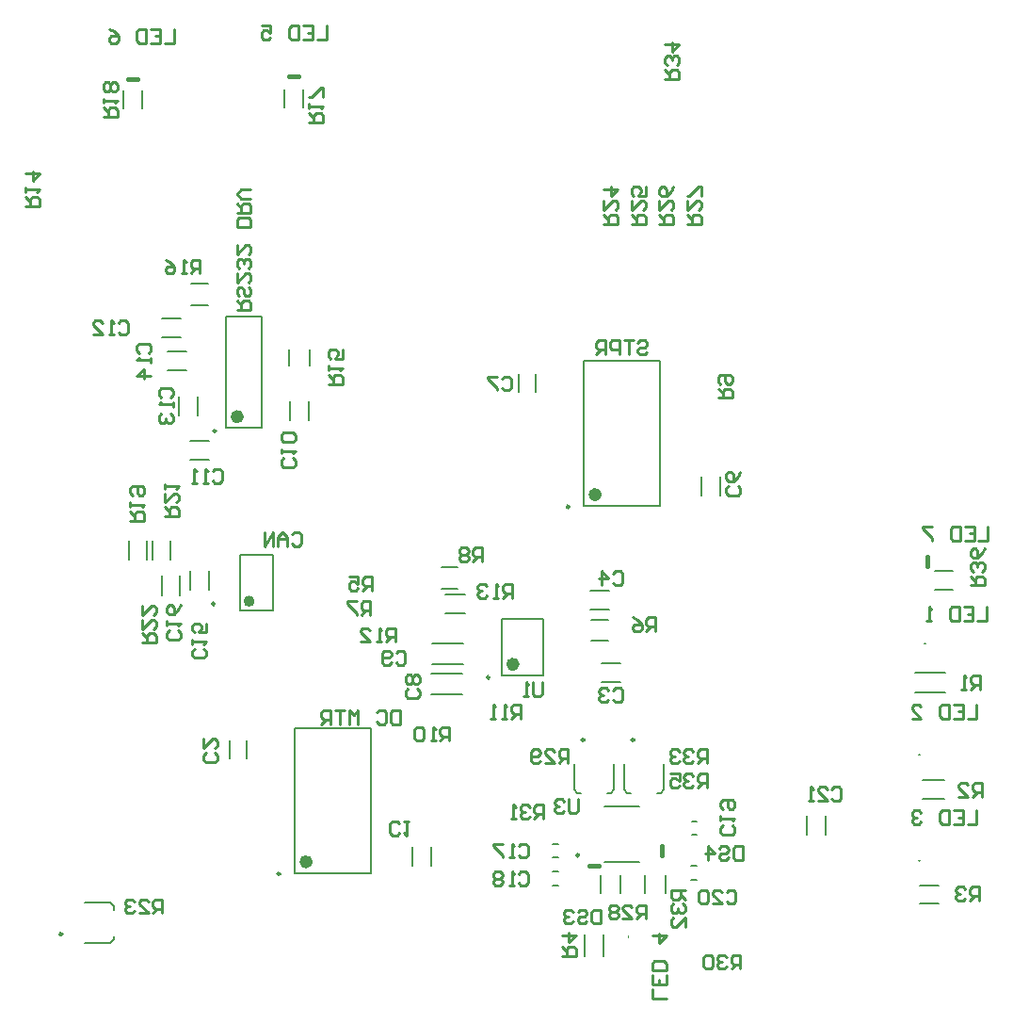
<source format=gbo>
%TF.GenerationSoftware,Altium Limited,Altium Designer,23.1.1 (15)*%
G04 Layer_Color=32896*
%FSLAX25Y25*%
%MOIN*%
%TF.SameCoordinates,FA324DF6-1FC1-44E6-B842-7DB02DEBFDBB*%
%TF.FilePolarity,Positive*%
%TF.FileFunction,Legend,Bot*%
%TF.Part,Single*%
G01*
G75*
%TA.AperFunction,NonConductor*%
%ADD73C,0.00984*%
%ADD75C,0.00787*%
%ADD77C,0.01000*%
%ADD78C,0.02362*%
%ADD79C,0.01968*%
%ADD80C,0.01575*%
D73*
X-277559Y205630D02*
G03*
X-277559Y205630I-492J0D01*
G01*
X-331988Y27559D02*
G03*
X-331988Y27559I-492J0D01*
G01*
X-254823Y48858D02*
G03*
X-254823Y48858I-492J0D01*
G01*
X-277953Y144449D02*
G03*
X-277953Y144449I-492J0D01*
G01*
X-180610Y118405D02*
G03*
X-180610Y118405I-492J0D01*
G01*
X-152461Y178779D02*
G03*
X-152461Y178779I-492J0D01*
G01*
X-147146Y96260D02*
G03*
X-147146Y96260I-492J0D01*
G01*
X-129429D02*
G03*
X-129429Y96260I-492J0D01*
G01*
X-149016Y55492D02*
G03*
X-149016Y55492I-492J0D01*
G01*
D75*
X-131496Y26378D02*
G03*
X-131496Y26772I0J197D01*
G01*
D02*
G03*
X-131496Y26378I0J-197D01*
G01*
D02*
G03*
X-131496Y26772I0J197D01*
G01*
X-28346Y53543D02*
G03*
X-28740Y53543I-197J0D01*
G01*
D02*
G03*
X-28346Y53543I197J0D01*
G01*
D02*
G03*
X-28740Y53543I-197J0D01*
G01*
X-28346Y90945D02*
G03*
X-28740Y90945I-197J0D01*
G01*
D02*
G03*
X-28346Y90945I197J0D01*
G01*
D02*
G03*
X-28740Y90945I-197J0D01*
G01*
X-26378Y130315D02*
G03*
X-26772Y130315I-197J0D01*
G01*
D02*
G03*
X-26378Y130315I197J0D01*
G01*
D02*
G03*
X-26772Y130315I-197J0D01*
G01*
X-290748Y211221D02*
Y217913D01*
X-284055Y211221D02*
Y217913D01*
X-274016Y206693D02*
Y246063D01*
X-261417Y206693D02*
Y246063D01*
X-274016Y206693D02*
X-261417D01*
X-274016Y246063D02*
X-261417D01*
X-68307Y62598D02*
Y69291D01*
X-61614Y62598D02*
Y69291D01*
X-164370Y219291D02*
Y225591D01*
X-170276Y219291D02*
Y225591D01*
X-266732Y89662D02*
Y95961D01*
X-272638Y89662D02*
Y95961D01*
X-279965Y149434D02*
Y156127D01*
X-286658Y149434D02*
Y156127D01*
X-294685Y233661D02*
X-287992D01*
X-294685Y226969D02*
X-287992D01*
X-296654Y238779D02*
X-289961D01*
X-296654Y245472D02*
X-289961D01*
X-286811Y195472D02*
X-280118D01*
X-286811Y202165D02*
X-280118D01*
X-251378Y209252D02*
Y215945D01*
X-244685Y209252D02*
Y215945D01*
X-105709Y182677D02*
Y189370D01*
X-99016Y182677D02*
Y189370D01*
X-141142Y123425D02*
X-134449D01*
X-141142Y116732D02*
X-134449D01*
X-208071Y51772D02*
Y58465D01*
X-201378Y51772D02*
Y58465D01*
X-308268Y160039D02*
Y166732D01*
X-301940Y160018D02*
Y166711D01*
X-293844Y160003D02*
Y166695D01*
X-300172Y160023D02*
Y166716D01*
X-324016Y24409D02*
X-314961D01*
X-313779Y25591D01*
Y26772D01*
X-313779Y36220D02*
Y37402D01*
X-314961Y38583D02*
X-313779Y37402D01*
X-324016Y38583D02*
X-314961D01*
X-249606Y100394D02*
X-222835D01*
X-249606Y49213D02*
X-222835D01*
Y100394D01*
X-249606Y49213D02*
Y100394D01*
X-269094Y142106D02*
X-257283D01*
Y161791D01*
X-269094D02*
X-257283D01*
X-269094Y142106D02*
Y161791D01*
X-140256Y19838D02*
Y27406D01*
X-147146Y19838D02*
Y27406D01*
X-23180Y149536D02*
X-16684D01*
X-23180Y156032D02*
X-16684D01*
X-176378Y139173D02*
X-161811D01*
X-176378Y119095D02*
X-161811D01*
Y139173D01*
X-176378Y119095D02*
Y139173D01*
X-144718Y138907D02*
X-138812D01*
X-144718Y131427D02*
X-138812D01*
X-145079Y142323D02*
X-138386D01*
X-145079Y149016D02*
X-138386D01*
X-197835Y149803D02*
X-191929D01*
X-197835Y157283D02*
X-191929D01*
X-201509Y112575D02*
X-190437D01*
X-201509Y119709D02*
X-190437D01*
X-201130Y123243D02*
X-190059D01*
X-201130Y130377D02*
X-190059D01*
X-196198Y147915D02*
X-189506D01*
X-196198Y141222D02*
X-189506D01*
X-147244Y230315D02*
X-120473D01*
X-147244Y179134D02*
X-120473D01*
Y230315D01*
X-147244Y179134D02*
Y230315D01*
X-136614Y78740D02*
Y87795D01*
X-137795Y77559D02*
X-136614Y78740D01*
X-138976Y77559D02*
X-137795D01*
X-149606Y77559D02*
X-148425D01*
X-150787Y78740D02*
X-149606Y77559D01*
X-150787Y78740D02*
Y87795D01*
X-118898Y78740D02*
Y87795D01*
X-120079Y77559D02*
X-118898Y78740D01*
X-121260Y77559D02*
X-120079D01*
X-131890Y77559D02*
X-130709D01*
X-133071Y78740D02*
X-131890Y77559D01*
X-133071Y78740D02*
Y87795D01*
X-141339Y42126D02*
Y48425D01*
X-134252Y42126D02*
Y48425D01*
X-125591Y42126D02*
Y48425D01*
X-118504Y42126D02*
Y48425D01*
X-290195Y147503D02*
Y154393D01*
X-296691Y147503D02*
Y154393D01*
X-30160Y112919D02*
X-19286D01*
X-30160Y120054D02*
X-19286D01*
X-27406Y75295D02*
X-19838D01*
X-27406Y82185D02*
X-19838D01*
X-28340Y44612D02*
X-21647D01*
X-28361Y38284D02*
X-21668D01*
X-140059Y72835D02*
X-127657D01*
X-140059Y53150D02*
X-127657D01*
X-246752Y319980D02*
Y326476D01*
X-253248Y319980D02*
Y326476D01*
X-303839Y319587D02*
Y326083D01*
X-310335Y319587D02*
Y326083D01*
X-244291Y228604D02*
Y234509D01*
X-251772Y228604D02*
Y234509D01*
X-286417Y250197D02*
X-280512D01*
X-286417Y257677D02*
X-280512D01*
X-109141Y62586D02*
X-107197D01*
X-109141Y67335D02*
X-107197D01*
X-109240Y46838D02*
X-107296D01*
X-109240Y51587D02*
X-107296D01*
X-158452Y49619D02*
X-156508D01*
X-158452Y44870D02*
X-156508D01*
X-158452Y59461D02*
X-156508D01*
X-158452Y54712D02*
X-156508D01*
D77*
X-59532Y78800D02*
X-58713Y79620D01*
X-57073D01*
X-56253Y78800D01*
Y75520D01*
X-57073Y74700D01*
X-58713D01*
X-59532Y75520D01*
X-64452Y74700D02*
X-61172D01*
X-64452Y77980D01*
Y78800D01*
X-63632Y79620D01*
X-61992D01*
X-61172Y78800D01*
X-66092Y74700D02*
X-67732D01*
X-66912D01*
Y79620D01*
X-66092Y78800D01*
X-110728Y278873D02*
X-105808D01*
Y281333D01*
X-106628Y282153D01*
X-108268D01*
X-109088Y281333D01*
Y278873D01*
Y280513D02*
X-110728Y282153D01*
Y287073D02*
Y283793D01*
X-107448Y287073D01*
X-106628D01*
X-105808Y286253D01*
Y284613D01*
X-106628Y283793D01*
X-105808Y288713D02*
Y291993D01*
X-106628D01*
X-109908Y288713D01*
X-110728D01*
X-120570Y278873D02*
X-115650D01*
Y281333D01*
X-116470Y282153D01*
X-118110D01*
X-118930Y281333D01*
Y278873D01*
Y280513D02*
X-120570Y282153D01*
Y287073D02*
Y283793D01*
X-117290Y287073D01*
X-116470D01*
X-115650Y286253D01*
Y284613D01*
X-116470Y283793D01*
X-115650Y291993D02*
X-116470Y290353D01*
X-118110Y288713D01*
X-119750D01*
X-120570Y289533D01*
Y291173D01*
X-119750Y291993D01*
X-118930D01*
X-118110Y291173D01*
Y288713D01*
X-130413Y278873D02*
X-125493D01*
Y281333D01*
X-126313Y282153D01*
X-127953D01*
X-128773Y281333D01*
Y278873D01*
Y280513D02*
X-130413Y282153D01*
Y287073D02*
Y283793D01*
X-127133Y287073D01*
X-126313D01*
X-125493Y286253D01*
Y284613D01*
X-126313Y283793D01*
X-125493Y291993D02*
Y288713D01*
X-127953D01*
X-127133Y290353D01*
Y291173D01*
X-127953Y291993D01*
X-129593D01*
X-130413Y291173D01*
Y289533D01*
X-129593Y288713D01*
X-140255Y278873D02*
X-135335D01*
Y281333D01*
X-136155Y282153D01*
X-137795D01*
X-138615Y281333D01*
Y278873D01*
Y280513D02*
X-140255Y282153D01*
Y287073D02*
Y283793D01*
X-136975Y287073D01*
X-136155D01*
X-135335Y286253D01*
Y284613D01*
X-136155Y283793D01*
X-140255Y291173D02*
X-135335D01*
X-137795Y288713D01*
Y291993D01*
X-295767Y175363D02*
X-290847D01*
Y177823D01*
X-291667Y178642D01*
X-293307D01*
X-294127Y177823D01*
Y175363D01*
Y177003D02*
X-295767Y178642D01*
Y183562D02*
Y180282D01*
X-292487Y183562D01*
X-291667D01*
X-290847Y182742D01*
Y181102D01*
X-291667Y180282D01*
X-295767Y185202D02*
Y186842D01*
Y186022D01*
X-290847D01*
X-291667Y185202D01*
X-307879Y173801D02*
X-302960D01*
Y176261D01*
X-303780Y177081D01*
X-305419D01*
X-306240Y176261D01*
Y173801D01*
Y175441D02*
X-307879Y177081D01*
Y178721D02*
Y180361D01*
Y179541D01*
X-302960D01*
X-303780Y178721D01*
X-307059Y182820D02*
X-307879Y183641D01*
Y185280D01*
X-307059Y186100D01*
X-303780D01*
X-302960Y185280D01*
Y183641D01*
X-303780Y182820D01*
X-304600D01*
X-305419Y183641D01*
Y186100D01*
X-172670Y146527D02*
Y151447D01*
X-175129D01*
X-175950Y150627D01*
Y148987D01*
X-175129Y148167D01*
X-172670D01*
X-174310D02*
X-175950Y146527D01*
X-177589D02*
X-179229D01*
X-178409D01*
Y151447D01*
X-177589Y150627D01*
X-181689D02*
X-182509Y151447D01*
X-184149D01*
X-184969Y150627D01*
Y149807D01*
X-184149Y148987D01*
X-183329D01*
X-184149D01*
X-184969Y148167D01*
Y147347D01*
X-184149Y146527D01*
X-182509D01*
X-181689Y147347D01*
X-169644Y103827D02*
Y108747D01*
X-172104D01*
X-172924Y107927D01*
Y106287D01*
X-172104Y105467D01*
X-169644D01*
X-171284D02*
X-172924Y103827D01*
X-174564D02*
X-176204D01*
X-175384D01*
Y108747D01*
X-174564Y107927D01*
X-178664Y103827D02*
X-180304D01*
X-179484D01*
Y108747D01*
X-178664Y107927D01*
X-162074Y116633D02*
Y112533D01*
X-162894Y111713D01*
X-164534D01*
X-165354Y112533D01*
Y116633D01*
X-166994Y111713D02*
X-168634D01*
X-167814D01*
Y116633D01*
X-166994Y115813D01*
X-136975Y113845D02*
X-136155Y114665D01*
X-134516D01*
X-133696Y113845D01*
Y110565D01*
X-134516Y109745D01*
X-136155D01*
X-136975Y110565D01*
X-138615Y113845D02*
X-139435Y114665D01*
X-141075D01*
X-141895Y113845D01*
Y113025D01*
X-141075Y112205D01*
X-140255D01*
X-141075D01*
X-141895Y111385D01*
Y110565D01*
X-141075Y109745D01*
X-139435D01*
X-138615Y110565D01*
X-4269Y171751D02*
Y166832D01*
X-7549D01*
X-12468Y171751D02*
X-9189D01*
Y166832D01*
X-12468D01*
X-9189Y169291D02*
X-10828D01*
X-14108Y171751D02*
Y166832D01*
X-16568D01*
X-17388Y167651D01*
Y170931D01*
X-16568Y171751D01*
X-14108D01*
X-23947D02*
X-27227D01*
Y170931D01*
X-23947Y167651D01*
Y166832D01*
X-149444Y75295D02*
Y71195D01*
X-150264Y70375D01*
X-151903D01*
X-152723Y71195D01*
Y75295D01*
X-154363Y74475D02*
X-155183Y75295D01*
X-156823D01*
X-157643Y74475D01*
Y73655D01*
X-156823Y72835D01*
X-156003D01*
X-156823D01*
X-157643Y72015D01*
Y71195D01*
X-156823Y70375D01*
X-155183D01*
X-154363Y71195D01*
X-128214Y236779D02*
X-127394Y237599D01*
X-125754D01*
X-124934Y236779D01*
Y235959D01*
X-125754Y235139D01*
X-127394D01*
X-128214Y234319D01*
Y233499D01*
X-127394Y232679D01*
X-125754D01*
X-124934Y233499D01*
X-129854Y237599D02*
X-133134D01*
X-131494D01*
Y232679D01*
X-134774D02*
Y237599D01*
X-137233D01*
X-138053Y236779D01*
Y235139D01*
X-137233Y234319D01*
X-134774D01*
X-139693Y232679D02*
Y237599D01*
X-142153D01*
X-142973Y236779D01*
Y235139D01*
X-142153Y234319D01*
X-139693D01*
X-141333D02*
X-142973Y232679D01*
X-270176Y248366D02*
X-265257D01*
Y250826D01*
X-266077Y251646D01*
X-267717D01*
X-268536Y250826D01*
Y248366D01*
Y250006D02*
X-270176Y251646D01*
X-266077Y256566D02*
X-265257Y255746D01*
Y254106D01*
X-266077Y253286D01*
X-266897D01*
X-267717Y254106D01*
Y255746D01*
X-268536Y256566D01*
X-269356D01*
X-270176Y255746D01*
Y254106D01*
X-269356Y253286D01*
X-270176Y261486D02*
Y258206D01*
X-266897Y261486D01*
X-266077D01*
X-265257Y260666D01*
Y259026D01*
X-266077Y258206D01*
Y263125D02*
X-265257Y263945D01*
Y265585D01*
X-266077Y266405D01*
X-266897D01*
X-267717Y265585D01*
Y264765D01*
Y265585D01*
X-268536Y266405D01*
X-269356D01*
X-270176Y265585D01*
Y263945D01*
X-269356Y263125D01*
X-270176Y271325D02*
Y268045D01*
X-266897Y271325D01*
X-266077D01*
X-265257Y270505D01*
Y268865D01*
X-266077Y268045D01*
X-265257Y277885D02*
X-270176D01*
Y280344D01*
X-269356Y281164D01*
X-266077D01*
X-265257Y280344D01*
Y277885D01*
X-270176Y282804D02*
X-265257D01*
Y285264D01*
X-266077Y286084D01*
X-267717D01*
X-268536Y285264D01*
Y282804D01*
Y284444D02*
X-270176Y286084D01*
X-265257Y287724D02*
X-268536D01*
X-270176Y289364D01*
X-268536Y291004D01*
X-265257D01*
X-344980Y285189D02*
X-340060D01*
Y287649D01*
X-340880Y288469D01*
X-342520D01*
X-343340Y287649D01*
Y285189D01*
Y286829D02*
X-344980Y288469D01*
Y290109D02*
Y291749D01*
Y290929D01*
X-340060D01*
X-340880Y290109D01*
X-344980Y296668D02*
X-340060D01*
X-342520Y294208D01*
Y297488D01*
X-103660Y79406D02*
Y84325D01*
X-106119D01*
X-106939Y83506D01*
Y81866D01*
X-106119Y81046D01*
X-103660D01*
X-105299D02*
X-106939Y79406D01*
X-108579Y83506D02*
X-109399Y84325D01*
X-111039D01*
X-111859Y83506D01*
Y82686D01*
X-111039Y81866D01*
X-110219D01*
X-111039D01*
X-111859Y81046D01*
Y80226D01*
X-111039Y79406D01*
X-109399D01*
X-108579Y80226D01*
X-116779Y84325D02*
X-113499D01*
Y81866D01*
X-115139Y82686D01*
X-115959D01*
X-116779Y81866D01*
Y80226D01*
X-115959Y79406D01*
X-114319D01*
X-113499Y80226D01*
X-118602Y330055D02*
X-113682D01*
Y332514D01*
X-114502Y333334D01*
X-116142D01*
X-116962Y332514D01*
Y330055D01*
Y331695D02*
X-118602Y333334D01*
X-114502Y334974D02*
X-113682Y335794D01*
Y337434D01*
X-114502Y338254D01*
X-115322D01*
X-116142Y337434D01*
Y336614D01*
Y337434D01*
X-116962Y338254D01*
X-117782D01*
X-118602Y337434D01*
Y335794D01*
X-117782Y334974D01*
X-118602Y342354D02*
X-113682D01*
X-116142Y339894D01*
Y343174D01*
X-161583Y68406D02*
Y73326D01*
X-164043D01*
X-164863Y72506D01*
Y70866D01*
X-164043Y70046D01*
X-161583D01*
X-163223D02*
X-164863Y68406D01*
X-166503Y72506D02*
X-167323Y73326D01*
X-168963D01*
X-169783Y72506D01*
Y71686D01*
X-168963Y70866D01*
X-168143D01*
X-168963D01*
X-169783Y70046D01*
Y69226D01*
X-168963Y68406D01*
X-167323D01*
X-166503Y69226D01*
X-171423Y68406D02*
X-173062D01*
X-172242D01*
Y73326D01*
X-171423Y72506D01*
X-91866Y15257D02*
Y20176D01*
X-94326D01*
X-95145Y19356D01*
Y17717D01*
X-94326Y16897D01*
X-91866D01*
X-93506D02*
X-95145Y15257D01*
X-96785Y19356D02*
X-97605Y20176D01*
X-99245D01*
X-100065Y19356D01*
Y18537D01*
X-99245Y17717D01*
X-98425D01*
X-99245D01*
X-100065Y16897D01*
Y16077D01*
X-99245Y15257D01*
X-97605D01*
X-96785Y16077D01*
X-101705Y19356D02*
X-102525Y20176D01*
X-104165D01*
X-104985Y19356D01*
Y16077D01*
X-104165Y15257D01*
X-102525D01*
X-101705Y16077D01*
Y19356D01*
X-103677Y88091D02*
Y93011D01*
X-106137D01*
X-106956Y92191D01*
Y90551D01*
X-106137Y89731D01*
X-103677D01*
X-105317D02*
X-106956Y88091D01*
X-108596Y92191D02*
X-109416Y93011D01*
X-111056D01*
X-111876Y92191D01*
Y91371D01*
X-111056Y90551D01*
X-110236D01*
X-111056D01*
X-111876Y89731D01*
Y88911D01*
X-111056Y88091D01*
X-109416D01*
X-108596Y88911D01*
X-113516Y92191D02*
X-114336Y93011D01*
X-115976D01*
X-116796Y92191D01*
Y91371D01*
X-115976Y90551D01*
X-115156D01*
X-115976D01*
X-116796Y89731D01*
Y88911D01*
X-115976Y88091D01*
X-114336D01*
X-113516Y88911D01*
X-152889Y88091D02*
Y93011D01*
X-155349D01*
X-156169Y92191D01*
Y90551D01*
X-155349Y89731D01*
X-152889D01*
X-154529D02*
X-156169Y88091D01*
X-161089D02*
X-157809D01*
X-161089Y91371D01*
Y92191D01*
X-160269Y93011D01*
X-158629D01*
X-157809Y92191D01*
X-162729Y88911D02*
X-163549Y88091D01*
X-165188D01*
X-166008Y88911D01*
Y92191D01*
X-165188Y93011D01*
X-163549D01*
X-162729Y92191D01*
Y91371D01*
X-163549Y90551D01*
X-166008D01*
X-111521Y43176D02*
X-116441D01*
Y40716D01*
X-115621Y39896D01*
X-113981D01*
X-113161Y40716D01*
Y43176D01*
Y41536D02*
X-111521Y39896D01*
X-115621Y38256D02*
X-116441Y37437D01*
Y35797D01*
X-115621Y34977D01*
X-114801D01*
X-113981Y35797D01*
Y36617D01*
Y35797D01*
X-113161Y34977D01*
X-112341D01*
X-111521Y35797D01*
Y37437D01*
X-112341Y38256D01*
X-111521Y30057D02*
Y33337D01*
X-114801Y30057D01*
X-115621D01*
X-116441Y30877D01*
Y32517D01*
X-115621Y33337D01*
X-125330Y32973D02*
Y37893D01*
X-127790D01*
X-128610Y37073D01*
Y35433D01*
X-127790Y34613D01*
X-125330D01*
X-126970D02*
X-128610Y32973D01*
X-133530D02*
X-130250D01*
X-133530Y36253D01*
Y37073D01*
X-132710Y37893D01*
X-131070D01*
X-130250Y37073D01*
X-135169D02*
X-135989Y37893D01*
X-137629D01*
X-138449Y37073D01*
Y36253D01*
X-137629Y35433D01*
X-138449Y34613D01*
Y33793D01*
X-137629Y32973D01*
X-135989D01*
X-135169Y33793D01*
Y34613D01*
X-135989Y35433D01*
X-135169Y36253D01*
Y37073D01*
X-135989Y35433D02*
X-137629D01*
X-7328Y39354D02*
Y44274D01*
X-9788D01*
X-10607Y43454D01*
Y41814D01*
X-9788Y40994D01*
X-7328D01*
X-8968D02*
X-10607Y39354D01*
X-12247Y43454D02*
X-13067Y44274D01*
X-14707D01*
X-15527Y43454D01*
Y42634D01*
X-14707Y41814D01*
X-13887D01*
X-14707D01*
X-15527Y40994D01*
Y40174D01*
X-14707Y39354D01*
X-13067D01*
X-12247Y40174D01*
X-6372Y76228D02*
Y81147D01*
X-8832D01*
X-9651Y80327D01*
Y78688D01*
X-8832Y77868D01*
X-6372D01*
X-8011D02*
X-9651Y76228D01*
X-14571D02*
X-11291D01*
X-14571Y79507D01*
Y80327D01*
X-13751Y81147D01*
X-12111D01*
X-11291Y80327D01*
X-7017Y114157D02*
Y119077D01*
X-9477D01*
X-10297Y118257D01*
Y116617D01*
X-9477Y115797D01*
X-7017D01*
X-8657D02*
X-10297Y114157D01*
X-11936D02*
X-13576D01*
X-12756D01*
Y119077D01*
X-11936Y118257D01*
X-154994Y19846D02*
X-150075D01*
Y22306D01*
X-150895Y23125D01*
X-152535D01*
X-153355Y22306D01*
Y19846D01*
Y21486D02*
X-154994Y23125D01*
Y27225D02*
X-150075D01*
X-152535Y24765D01*
Y28045D01*
X-296590Y34942D02*
Y39861D01*
X-299050D01*
X-299870Y39042D01*
Y37402D01*
X-299050Y36582D01*
X-296590D01*
X-298230D02*
X-299870Y34942D01*
X-304789D02*
X-301510D01*
X-304789Y38221D01*
Y39042D01*
X-303970Y39861D01*
X-302330D01*
X-301510Y39042D01*
X-306429D02*
X-307249Y39861D01*
X-308889D01*
X-309709Y39042D01*
Y38221D01*
X-308889Y37402D01*
X-308069D01*
X-308889D01*
X-309709Y36582D01*
Y35762D01*
X-308889Y34942D01*
X-307249D01*
X-306429Y35762D01*
X-303641Y130645D02*
X-298721D01*
Y133105D01*
X-299541Y133925D01*
X-301181D01*
X-302001Y133105D01*
Y130645D01*
Y132285D02*
X-303641Y133925D01*
Y138845D02*
Y135565D01*
X-300361Y138845D01*
X-299541D01*
X-298721Y138025D01*
Y136385D01*
X-299541Y135565D01*
X-303641Y143764D02*
Y140484D01*
X-300361Y143764D01*
X-299541D01*
X-298721Y142944D01*
Y141304D01*
X-299541Y140484D01*
X-317421Y316685D02*
X-312501D01*
Y319145D01*
X-313321Y319965D01*
X-314961D01*
X-315781Y319145D01*
Y316685D01*
Y318325D02*
X-317421Y319965D01*
Y321605D02*
Y323245D01*
Y322425D01*
X-312501D01*
X-313321Y321605D01*
Y325705D02*
X-312501Y326524D01*
Y328164D01*
X-313321Y328984D01*
X-314141D01*
X-314961Y328164D01*
X-315781Y328984D01*
X-316600D01*
X-317421Y328164D01*
Y326524D01*
X-316600Y325705D01*
X-315781D01*
X-314961Y326524D01*
X-314141Y325705D01*
X-313321D01*
X-314961Y326524D02*
Y328164D01*
X-244586Y314717D02*
X-239666D01*
Y317176D01*
X-240486Y317996D01*
X-242126D01*
X-242946Y317176D01*
Y314717D01*
Y316356D02*
X-244586Y317996D01*
Y319636D02*
Y321276D01*
Y320456D01*
X-239666D01*
X-240486Y319636D01*
X-239666Y323736D02*
Y327016D01*
X-240486D01*
X-243766Y323736D01*
X-244586D01*
X-283221Y261320D02*
Y266239D01*
X-285680D01*
X-286500Y265419D01*
Y263779D01*
X-285680Y262960D01*
X-283221D01*
X-284860D02*
X-286500Y261320D01*
X-288140D02*
X-289780D01*
X-288960D01*
Y266239D01*
X-288140Y265419D01*
X-295520Y266239D02*
X-293880Y265419D01*
X-292240Y263779D01*
Y262140D01*
X-293060Y261320D01*
X-294700D01*
X-295520Y262140D01*
Y262960D01*
X-294700Y263779D01*
X-292240D01*
X-237754Y222129D02*
X-232835D01*
Y224589D01*
X-233654Y225409D01*
X-235294D01*
X-236114Y224589D01*
Y222129D01*
Y223769D02*
X-237754Y225409D01*
Y227049D02*
Y228689D01*
Y227869D01*
X-232835D01*
X-233654Y227049D01*
X-232835Y234428D02*
Y231149D01*
X-235294D01*
X-234474Y232788D01*
Y233608D01*
X-235294Y234428D01*
X-236934D01*
X-237754Y233608D01*
Y231968D01*
X-236934Y231149D01*
X-214104Y130975D02*
Y135895D01*
X-216563D01*
X-217383Y135075D01*
Y133435D01*
X-216563Y132615D01*
X-214104D01*
X-215743D02*
X-217383Y130975D01*
X-219023D02*
X-220663D01*
X-219843D01*
Y135895D01*
X-219023Y135075D01*
X-226403Y130975D02*
X-223123D01*
X-226403Y134255D01*
Y135075D01*
X-225583Y135895D01*
X-223943D01*
X-223123Y135075D01*
X-194923Y95930D02*
Y100850D01*
X-197383D01*
X-198203Y100030D01*
Y98390D01*
X-197383Y97570D01*
X-194923D01*
X-196563D02*
X-198203Y95930D01*
X-199843D02*
X-201483D01*
X-200663D01*
Y100850D01*
X-199843Y100030D01*
X-203943D02*
X-204763Y100850D01*
X-206403D01*
X-207223Y100030D01*
Y96750D01*
X-206403Y95930D01*
X-204763D01*
X-203943Y96750D01*
Y100030D01*
X-10334Y150921D02*
X-5414D01*
Y153381D01*
X-6234Y154200D01*
X-7874D01*
X-8694Y153381D01*
Y150921D01*
Y152561D02*
X-10334Y154200D01*
X-6234Y155840D02*
X-5414Y156660D01*
Y158300D01*
X-6234Y159120D01*
X-7054D01*
X-7874Y158300D01*
Y157480D01*
Y158300D01*
X-8694Y159120D01*
X-9514D01*
X-10334Y158300D01*
Y156660D01*
X-9514Y155840D01*
X-5414Y164040D02*
X-6234Y162400D01*
X-7874Y160760D01*
X-9514D01*
X-10334Y161580D01*
Y163220D01*
X-9514Y164040D01*
X-8694D01*
X-7874Y163220D01*
Y160760D01*
X-99735Y217301D02*
X-94815D01*
Y219761D01*
X-95635Y220581D01*
X-97275D01*
X-98095Y219761D01*
Y217301D01*
Y218941D02*
X-99735Y220581D01*
X-98915Y222221D02*
X-99735Y223041D01*
Y224680D01*
X-98915Y225500D01*
X-95635D01*
X-94815Y224680D01*
Y223041D01*
X-95635Y222221D01*
X-96455D01*
X-97275Y223041D01*
Y225500D01*
X-222278Y149115D02*
Y154035D01*
X-224738D01*
X-225558Y153215D01*
Y151575D01*
X-224738Y150755D01*
X-222278D01*
X-223918D02*
X-225558Y149115D01*
X-230478Y154035D02*
X-227198D01*
Y151575D01*
X-228838Y152395D01*
X-229658D01*
X-230478Y151575D01*
Y149935D01*
X-229658Y149115D01*
X-228018D01*
X-227198Y149935D01*
X-121917Y134675D02*
Y139595D01*
X-124377D01*
X-125197Y138775D01*
Y137135D01*
X-124377Y136315D01*
X-121917D01*
X-123557D02*
X-125197Y134675D01*
X-130117Y139595D02*
X-128477Y138775D01*
X-126837Y137135D01*
Y135495D01*
X-127657Y134675D01*
X-129297D01*
X-130117Y135495D01*
Y136315D01*
X-129297Y137135D01*
X-126837D01*
X-222904Y140351D02*
Y145270D01*
X-225364D01*
X-226184Y144450D01*
Y142810D01*
X-225364Y141991D01*
X-222904D01*
X-224544D02*
X-226184Y140351D01*
X-227823Y145270D02*
X-231103D01*
Y144450D01*
X-227823Y141171D01*
Y140351D01*
X-183265Y159346D02*
Y164266D01*
X-185725D01*
X-186545Y163446D01*
Y161806D01*
X-185725Y160986D01*
X-183265D01*
X-184905D02*
X-186545Y159346D01*
X-188185Y163446D02*
X-189005Y164266D01*
X-190645D01*
X-191465Y163446D01*
Y162626D01*
X-190645Y161806D01*
X-191465Y160986D01*
Y160166D01*
X-190645Y159346D01*
X-189005D01*
X-188185Y160166D01*
Y160986D01*
X-189005Y161806D01*
X-188185Y162626D01*
Y163446D01*
X-189005Y161806D02*
X-190645D01*
X-118092Y4878D02*
X-123011D01*
Y8157D01*
X-118092Y13077D02*
Y9797D01*
X-123011D01*
Y13077D01*
X-120552Y9797D02*
Y11437D01*
X-118092Y14717D02*
X-123011D01*
Y17177D01*
X-122192Y17997D01*
X-118912D01*
X-118092Y17177D01*
Y14717D01*
X-123011Y27016D02*
X-118092D01*
X-120552Y24556D01*
Y27836D01*
X-91187Y58687D02*
Y53767D01*
X-93647D01*
X-94467Y54587D01*
Y57867D01*
X-93647Y58687D01*
X-91187D01*
X-99386Y57867D02*
X-98566Y58687D01*
X-96926D01*
X-96106Y57867D01*
Y57047D01*
X-96926Y56227D01*
X-98566D01*
X-99386Y55407D01*
Y54587D01*
X-98566Y53767D01*
X-96926D01*
X-96106Y54587D01*
X-103486Y53767D02*
Y58687D01*
X-101026Y56227D01*
X-104306D01*
X-141303Y36242D02*
Y31323D01*
X-143762D01*
X-144582Y32142D01*
Y35422D01*
X-143762Y36242D01*
X-141303D01*
X-149502Y35422D02*
X-148682Y36242D01*
X-147042D01*
X-146222Y35422D01*
Y34602D01*
X-147042Y33782D01*
X-148682D01*
X-149502Y32962D01*
Y32142D01*
X-148682Y31323D01*
X-147042D01*
X-146222Y32142D01*
X-151142Y35422D02*
X-151962Y36242D01*
X-153602D01*
X-154422Y35422D01*
Y34602D01*
X-153602Y33782D01*
X-152782D01*
X-153602D01*
X-154422Y32962D01*
Y32142D01*
X-153602Y31323D01*
X-151962D01*
X-151142Y32142D01*
X-238521Y348917D02*
Y343997D01*
X-241801D01*
X-246720Y348917D02*
X-243440D01*
Y343997D01*
X-246720D01*
X-243440Y346457D02*
X-245080D01*
X-248360Y348917D02*
Y343997D01*
X-250820D01*
X-251640Y344817D01*
Y348097D01*
X-250820Y348917D01*
X-248360D01*
X-261479D02*
X-258199D01*
Y346457D01*
X-259839Y347277D01*
X-260659D01*
X-261479Y346457D01*
Y344817D01*
X-260659Y343997D01*
X-259019D01*
X-258199Y344817D01*
X-292473Y347825D02*
Y342905D01*
X-295753D01*
X-300672Y347825D02*
X-297393D01*
Y342905D01*
X-300672D01*
X-297393Y345365D02*
X-299032D01*
X-302312Y347825D02*
Y342905D01*
X-304772D01*
X-305592Y343725D01*
Y347005D01*
X-304772Y347825D01*
X-302312D01*
X-315431D02*
X-313792Y347005D01*
X-312152Y345365D01*
Y343725D01*
X-312972Y342905D01*
X-314612D01*
X-315431Y343725D01*
Y344545D01*
X-314612Y345365D01*
X-312152D01*
X-212439Y106791D02*
Y101871D01*
X-214899D01*
X-215719Y102691D01*
Y105971D01*
X-214899Y106791D01*
X-212439D01*
X-220638Y105971D02*
X-219818Y106791D01*
X-218179D01*
X-217359Y105971D01*
Y102691D01*
X-218179Y101871D01*
X-219818D01*
X-220638Y102691D01*
X-227198Y101871D02*
Y106791D01*
X-228838Y105151D01*
X-230478Y106791D01*
Y101871D01*
X-232118Y106791D02*
X-235397D01*
X-233757D01*
Y101871D01*
X-237037D02*
Y106791D01*
X-239497D01*
X-240317Y105971D01*
Y104331D01*
X-239497Y103511D01*
X-237037D01*
X-238677D02*
X-240317Y101871D01*
X-250657Y168963D02*
X-249837Y169783D01*
X-248197D01*
X-247377Y168963D01*
Y165683D01*
X-248197Y164863D01*
X-249837D01*
X-250657Y165683D01*
X-252297Y164863D02*
Y168143D01*
X-253937Y169783D01*
X-255577Y168143D01*
Y164863D01*
Y167323D01*
X-252297D01*
X-257217Y164863D02*
Y169783D01*
X-260497Y164863D01*
Y169783D01*
X-96807Y42363D02*
X-95987Y43183D01*
X-94347D01*
X-93527Y42363D01*
Y39083D01*
X-94347Y38263D01*
X-95987D01*
X-96807Y39083D01*
X-101726Y38263D02*
X-98447D01*
X-101726Y41543D01*
Y42363D01*
X-100907Y43183D01*
X-99267D01*
X-98447Y42363D01*
X-103366D02*
X-104186Y43183D01*
X-105826D01*
X-106646Y42363D01*
Y39083D01*
X-105826Y38263D01*
X-104186D01*
X-103366Y39083D01*
Y42363D01*
X-94817Y66028D02*
X-93997Y65208D01*
Y63568D01*
X-94817Y62748D01*
X-98097D01*
X-98917Y63568D01*
Y65208D01*
X-98097Y66028D01*
X-98917Y67668D02*
Y69308D01*
Y68488D01*
X-93997D01*
X-94817Y67668D01*
X-98097Y71767D02*
X-98917Y72587D01*
Y74227D01*
X-98097Y75047D01*
X-94817D01*
X-93997Y74227D01*
Y72587D01*
X-94817Y71767D01*
X-95637D01*
X-96457Y72587D01*
Y75047D01*
X-304789Y233185D02*
X-305609Y234005D01*
Y235645D01*
X-304789Y236465D01*
X-301510D01*
X-300690Y235645D01*
Y234005D01*
X-301510Y233185D01*
X-300690Y231545D02*
Y229905D01*
Y230725D01*
X-305609D01*
X-304789Y231545D01*
X-300690Y224985D02*
X-305609D01*
X-303150Y227445D01*
Y224165D01*
X-296916Y217437D02*
X-297735Y218257D01*
Y219897D01*
X-296916Y220717D01*
X-293636D01*
X-292816Y219897D01*
Y218257D01*
X-293636Y217437D01*
X-292816Y215797D02*
Y214157D01*
Y214977D01*
X-297735D01*
X-296916Y215797D01*
Y211697D02*
X-297735Y210877D01*
Y209237D01*
X-296916Y208417D01*
X-296095D01*
X-295276Y209237D01*
Y210057D01*
Y209237D01*
X-294456Y208417D01*
X-293636D01*
X-292816Y209237D01*
Y210877D01*
X-293636Y211697D01*
X-312091Y243766D02*
X-311271Y244586D01*
X-309631D01*
X-308811Y243766D01*
Y240486D01*
X-309631Y239666D01*
X-311271D01*
X-312091Y240486D01*
X-313731Y239666D02*
X-315371D01*
X-314551D01*
Y244586D01*
X-313731Y243766D01*
X-321110Y239666D02*
X-317830D01*
X-321110Y242946D01*
Y243766D01*
X-320290Y244586D01*
X-318650D01*
X-317830Y243766D01*
X-278741Y191259D02*
X-277921Y192078D01*
X-276281D01*
X-275461Y191259D01*
Y187979D01*
X-276281Y187159D01*
X-277921D01*
X-278741Y187979D01*
X-280380Y187159D02*
X-282020D01*
X-281200D01*
Y192078D01*
X-280380Y191259D01*
X-284480Y187159D02*
X-286120D01*
X-285300D01*
Y192078D01*
X-284480Y191259D01*
X-250329Y195949D02*
X-249509Y195129D01*
Y193489D01*
X-250329Y192669D01*
X-253608D01*
X-254428Y193489D01*
Y195129D01*
X-253608Y195949D01*
X-254428Y197589D02*
Y199229D01*
Y198409D01*
X-249509D01*
X-250329Y197589D01*
Y201689D02*
X-249509Y202509D01*
Y204149D01*
X-250329Y204969D01*
X-253608D01*
X-254428Y204149D01*
Y202509D01*
X-253608Y201689D01*
X-250329D01*
X-213808Y126931D02*
X-212988Y127751D01*
X-211348D01*
X-210528Y126931D01*
Y123652D01*
X-211348Y122832D01*
X-212988D01*
X-213808Y123652D01*
X-215448D02*
X-216268Y122832D01*
X-217908D01*
X-218727Y123652D01*
Y126931D01*
X-217908Y127751D01*
X-216268D01*
X-215448Y126931D01*
Y126111D01*
X-216268Y125292D01*
X-218727D01*
X-206291Y114400D02*
X-205471Y113580D01*
Y111940D01*
X-206291Y111120D01*
X-209571D01*
X-210391Y111940D01*
Y113580D01*
X-209571Y114400D01*
X-206291Y116039D02*
X-205471Y116859D01*
Y118499D01*
X-206291Y119319D01*
X-207111D01*
X-207931Y118499D01*
X-208751Y119319D01*
X-209571D01*
X-210391Y118499D01*
Y116859D01*
X-209571Y116039D01*
X-208751D01*
X-207931Y116859D01*
X-207111Y116039D01*
X-206291D01*
X-207931Y116859D02*
Y118499D01*
X-170359Y48884D02*
X-169539Y49704D01*
X-167899D01*
X-167079Y48884D01*
Y45604D01*
X-167899Y44784D01*
X-169539D01*
X-170359Y45604D01*
X-171998Y44784D02*
X-173638D01*
X-172818D01*
Y49704D01*
X-171998Y48884D01*
X-176098D02*
X-176918Y49704D01*
X-178558D01*
X-179378Y48884D01*
Y48064D01*
X-178558Y47244D01*
X-179378Y46424D01*
Y45604D01*
X-178558Y44784D01*
X-176918D01*
X-176098Y45604D01*
Y46424D01*
X-176918Y47244D01*
X-176098Y48064D01*
Y48884D01*
X-176918Y47244D02*
X-178558D01*
X-170359Y58727D02*
X-169539Y59547D01*
X-167899D01*
X-167079Y58727D01*
Y55447D01*
X-167899Y54627D01*
X-169539D01*
X-170359Y55447D01*
X-171998Y54627D02*
X-173638D01*
X-172818D01*
Y59547D01*
X-171998Y58727D01*
X-176098Y59547D02*
X-179378D01*
Y58727D01*
X-176098Y55447D01*
Y54627D01*
X-281910Y128536D02*
X-281090Y127716D01*
Y126076D01*
X-281910Y125257D01*
X-285189D01*
X-286009Y126076D01*
Y127716D01*
X-285189Y128536D01*
X-286009Y130176D02*
Y131816D01*
Y130996D01*
X-281090D01*
X-281910Y130176D01*
X-281090Y137556D02*
Y134276D01*
X-283549D01*
X-282730Y135916D01*
Y136736D01*
X-283549Y137556D01*
X-285189D01*
X-286009Y136736D01*
Y135096D01*
X-285189Y134276D01*
X-290874Y134987D02*
X-290054Y134167D01*
Y132527D01*
X-290874Y131707D01*
X-294153D01*
X-294973Y132527D01*
Y134167D01*
X-294153Y134987D01*
X-294973Y136627D02*
Y138267D01*
Y137447D01*
X-290054D01*
X-290874Y136627D01*
X-290054Y144006D02*
X-290874Y142367D01*
X-292514Y140727D01*
X-294153D01*
X-294973Y141547D01*
Y143186D01*
X-294153Y144006D01*
X-293334D01*
X-292514Y143186D01*
Y140727D01*
X-92848Y186188D02*
X-92028Y185368D01*
Y183728D01*
X-92848Y182908D01*
X-96128D01*
X-96948Y183728D01*
Y185368D01*
X-96128Y186188D01*
X-92028Y191108D02*
X-92848Y189468D01*
X-94488Y187828D01*
X-96128D01*
X-96948Y188648D01*
Y190288D01*
X-96128Y191108D01*
X-95308D01*
X-94488Y190288D01*
Y187828D01*
X-176345Y224081D02*
X-175525Y224901D01*
X-173886D01*
X-173066Y224081D01*
Y220801D01*
X-173886Y219981D01*
X-175525D01*
X-176345Y220801D01*
X-177985Y224901D02*
X-181265D01*
Y224081D01*
X-177985Y220801D01*
Y219981D01*
X-136975Y155183D02*
X-136155Y156003D01*
X-134516D01*
X-133696Y155183D01*
Y151903D01*
X-134516Y151084D01*
X-136155D01*
X-136975Y151903D01*
X-141075Y151084D02*
Y156003D01*
X-138615Y153543D01*
X-141895D01*
X-212598Y63321D02*
X-213418Y62501D01*
X-215058D01*
X-215878Y63321D01*
Y66601D01*
X-215058Y67421D01*
X-213418D01*
X-212598Y66601D01*
X-210959Y67421D02*
X-209319D01*
X-210139D01*
Y62501D01*
X-210959Y63321D01*
X-277888Y91700D02*
X-277068Y90880D01*
Y89240D01*
X-277888Y88420D01*
X-281168D01*
X-281987Y89240D01*
Y90880D01*
X-281168Y91700D01*
X-281987Y96619D02*
Y93340D01*
X-278708Y96619D01*
X-277888D01*
X-277068Y95799D01*
Y94160D01*
X-277888Y93340D01*
X-4654Y143271D02*
Y138351D01*
X-7934D01*
X-12854Y143271D02*
X-9574D01*
Y138351D01*
X-12854D01*
X-9574Y140811D02*
X-11214D01*
X-14493Y143271D02*
Y138351D01*
X-16953D01*
X-17773Y139171D01*
Y142451D01*
X-16953Y143271D01*
X-14493D01*
X-24333Y138351D02*
X-25973D01*
X-25153D01*
Y143271D01*
X-24333Y142451D01*
X-8206Y108759D02*
Y103839D01*
X-11486D01*
X-16405Y108759D02*
X-13126D01*
Y103839D01*
X-16405D01*
X-13126Y106299D02*
X-14765D01*
X-18045Y108759D02*
Y103839D01*
X-20505D01*
X-21325Y104659D01*
Y107939D01*
X-20505Y108759D01*
X-18045D01*
X-31164Y103839D02*
X-27885D01*
X-31164Y107119D01*
Y107939D01*
X-30344Y108759D01*
X-28704D01*
X-27885Y107939D01*
X-8206Y71358D02*
Y66438D01*
X-11486D01*
X-16405Y71358D02*
X-13126D01*
Y66438D01*
X-16405D01*
X-13126Y68898D02*
X-14765D01*
X-18045Y71358D02*
Y66438D01*
X-20505D01*
X-21325Y67258D01*
Y70538D01*
X-20505Y71358D01*
X-18045D01*
X-27885Y70538D02*
X-28704Y71358D01*
X-30344D01*
X-31164Y70538D01*
Y69718D01*
X-30344Y68898D01*
X-29524D01*
X-30344D01*
X-31164Y68078D01*
Y67258D01*
X-30344Y66438D01*
X-28704D01*
X-27885Y67258D01*
D78*
X-268898Y210630D02*
G03*
X-268898Y210630I-1181J0D01*
G01*
X-244488Y53150D02*
G03*
X-244488Y53150I-1181J0D01*
G01*
X-171260Y123031D02*
G03*
X-171260Y123031I-1181J0D01*
G01*
X-142126Y183071D02*
G03*
X-142126Y183071I-1181J0D01*
G01*
D79*
X-264862Y145354D02*
G03*
X-264862Y145354I-984J0D01*
G01*
D80*
X-25747Y157877D02*
Y161026D01*
X-145275Y51772D02*
X-142126D01*
X-119685Y55512D02*
Y58661D01*
X-308662Y330118D02*
X-305512D01*
X-251575Y331102D02*
X-248425D01*
%TF.MD5,3da912d1fdc364aece85b144f014948a*%
M02*

</source>
